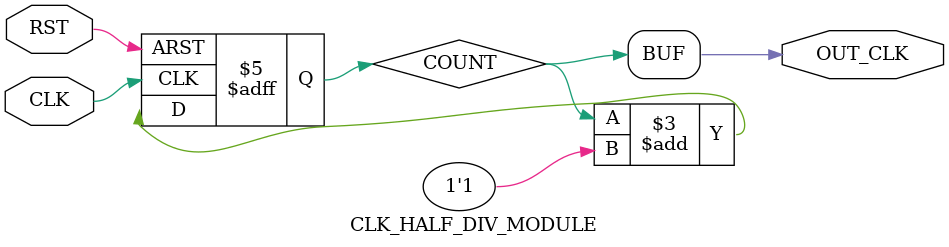
<source format=sv>
module CLK_HALF_DIV_MODULE (CLK, RST, OUT_CLK);

	input logic CLK, RST;
	output logic OUT_CLK;
	logic COUNT;

	always_ff @(posedge CLK, negedge RST) begin
		if (!RST) COUNT = 1'b0;
		else COUNT <= COUNT + 1'b1; 
	end
	
	assign OUT_CLK = (COUNT == 1'b1);
	
endmodule 
</source>
